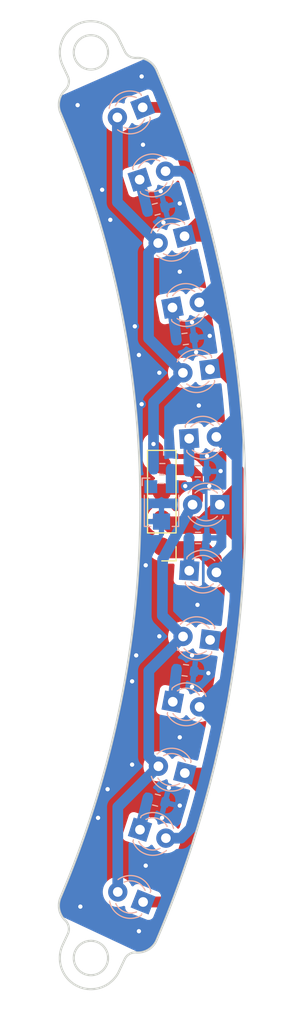
<source format=kicad_pcb>
(kicad_pcb (version 20221018) (generator pcbnew)
  (layers (0 "F.Cu" signal) (31 "B.Cu" signal) (34 "B.Paste" user) (35 "F.Paste" user) (36 "B.SilkS" user "B.Silkscreen") (37 "F.SilkS" user "F.Silkscreen") (38 "B.Mask" user) (39 "F.Mask" user) (44 "Edge.Cuts" user))
  (net 0 "")
  (net 1 "Net-(D1-K)")
  (net 2 "+5V")
  (net 3 "Net-(D2-K)")
  (net 4 "Net-(D3-K)")
  (net 5 "Net-(D4-K)")
  (net 6 "Net-(D5-K)")
  (net 7 "Net-(D6-K)")
  (net 8 "+3.3V")
  (net 9 "GND")
  (net 10 "/signal")
  (net 11 "Net-(R7-Pad1)")
  (footprint "Connector_PinHeader_2.54mm:PinHeader_1x04_P2.54mm_Vertical" (layer "F.Cu") (at 247.4976 105.4508 180)
    (fp_text reference "J1" hide)
    (fp_text value "Conn_01x04_Socket")
    (fp_line (start -1.33 -1.33) (end 0 -1.33) (stroke (width 0.12)) (layer "F.SilkS"))
    (fp_line (start -1.33 0) (end -1.33 -1.33) (stroke (width 0.12)) (layer "F.SilkS"))
    (fp_line (start -1.33 1.27) (end -1.33 8.95) (stroke (width 0.12)) (layer "F.SilkS"))
    (fp_line (start -1.33 1.27) (end 1.33 1.27) (stroke (width 0.12)) (layer "F.SilkS"))
    (fp_line (start -1.33 8.95) (end 1.33 8.95) (stroke (width 0.12)) (layer "F.SilkS"))
    (fp_line (start 1.33 1.27) (end 1.33 8.95) (stroke (width 0.12)) (layer "F.SilkS"))
    (pad "1" smd circle (at 0 0 180) (size 1.7 1.7) (layers "F.Cu" "F.Paste" "F.Mask") (net 2 "+5V"))
    (pad "2" smd oval (at 0 2.54 180) (size 1.7 1.7) (layers "F.Cu" "F.Paste" "F.Mask") (net 8 "+3.3V"))
    (pad "3" smd oval (at 0 5.08 180) (size 1.7 1.7) (layers "F.Cu" "F.Paste" "F.Mask") (net 9 "GND"))
    (pad "4" smd oval (at 0 7.62 180) (size 1.7 1.7) (layers "F.Cu" "F.Paste" "F.Mask") (net 10 "/signal"))
  )
  (footprint "LED_THT:LED_D3.0mm_Clear" (layer "B.Cu") (at 249.644629 126.515729 165.6)
    (fp_text reference "Q6" hide)
    (fp_text value "Q_Photo_NPN" hide)
    (fp_line (start -0.29 -1.08) (end -0.29 -1.236) (stroke (width 0.12)) (layer "B.SilkS"))
    (fp_line (start -0.29 1.236) (end -0.29 1.08) (stroke (width 0.12)) (layer "B.SilkS"))
    (fp_arc (start -0.29 -1.235516) (mid 1.366487 -1.987659) (end 2.942335 -1.078608) (stroke (width 0.12)) (layer "B.SilkS"))
    (fp_arc (start 0.229039 -1.08) (mid 1.270117 -1.5) (end 2.31113 -1.079837) (stroke (width 0.12)) (layer "B.SilkS"))
    (fp_arc (start 2.31113 1.079837) (mid 1.270117 1.5) (end 0.229039 1.08) (stroke (width 0.12)) (layer "B.SilkS"))
    (fp_arc (start 2.942335 1.078608) (mid 1.366487 1.987659) (end -0.29 1.235516) (stroke (width 0.12)) (layer "B.SilkS"))
    (pad "1" thru_hole rect (at 0 0 165.6) (size 1.8 1.8) (drill 0.9) (layers "*.Cu" "*.Mask") (net 8 "+3.3V"))
    (pad "2" thru_hole circle (at 2.54 0 165.6) (size 1.8 1.8) (drill 0.9) (layers "*.Cu" "*.Mask") (net 10 "/signal"))
  )
  (footprint "Resistor_SMD:R_0603_1608Metric" (layer "B.Cu") (at 249.67934 86.136128 7.2)
    (fp_text reference "R2" hide)
    (fp_text value "R")
    (fp_line (start -0.237258 -0.5225) (end 0.237258 -0.5225) (stroke (width 0.12)) (layer "B.SilkS"))
    (fp_line (start -0.237258 0.5225) (end 0.237258 0.5225) (stroke (width 0.12)) (layer "B.SilkS"))
    (pad "1" smd roundrect (at -0.825 0 7.2) (size 0.8 0.95) (layers "B.Cu" "B.Paste" "B.Mask") (net 3 "Net-(D2-K)"))
    (pad "2" smd roundrect (at 0.825 0 7.2) (size 0.8 0.95) (layers "B.Cu" "B.Paste" "B.Mask") (net 9 "GND"))
  )
  (footprint "LED_THT:LED_D3.0mm_Clear" (layer "B.Cu") (at 252.000595 114.131277 172.8)
    (fp_text reference "Q5" hide)
    (fp_text value "Q_Photo_NPN" hide)
    (fp_line (start -0.29 -1.08) (end -0.29 -1.236) (stroke (width 0.12)) (layer "B.SilkS"))
    (fp_line (start -0.29 1.236) (end -0.29 1.08) (stroke (width 0.12)) (layer "B.SilkS"))
    (fp_arc (start -0.29 -1.235516) (mid 1.366487 -1.987659) (end 2.942335 -1.078608) (stroke (width 0.12)) (layer "B.SilkS"))
    (fp_arc (start 0.229039 -1.08) (mid 1.270117 -1.5) (end 2.31113 -1.079837) (stroke (width 0.12)) (layer "B.SilkS"))
    (fp_arc (start 2.31113 1.079837) (mid 1.270117 1.5) (end 0.229039 1.08) (stroke (width 0.12)) (layer "B.SilkS"))
    (fp_arc (start 2.942335 1.078608) (mid 1.366487 1.987659) (end -0.29 1.235516) (stroke (width 0.12)) (layer "B.SilkS"))
    (pad "1" thru_hole rect (at 0 0 172.8) (size 1.8 1.8) (drill 0.9) (layers "*.Cu" "*.Mask") (net 8 "+3.3V"))
    (pad "2" thru_hole circle (at 2.54 0 172.8) (size 1.8 1.8) (drill 0.9) (layers "*.Cu" "*.Mask") (net 10 "/signal"))
  )
  (footprint "LED_THT:LED_D3.0mm_Clear" (layer "B.Cu") (at 248.493341 83.2175 10.8)
    (fp_text reference "D2" hide)
    (fp_text value "LED")
    (fp_line (start -0.29 -1.08) (end -0.29 -1.236) (stroke (width 0.12)) (layer "B.SilkS"))
    (fp_line (start -0.29 1.236) (end -0.29 1.08) (stroke (width 0.12)) (layer "B.SilkS"))
    (fp_arc (start -0.29 -1.235516) (mid 1.366487 -1.987659) (end 2.942335 -1.078608) (stroke (width 0.12)) (layer "B.SilkS"))
    (fp_arc (start 0.229039 -1.08) (mid 1.270117 -1.5) (end 2.31113 -1.079837) (stroke (width 0.12)) (layer "B.SilkS"))
    (fp_arc (start 2.31113 1.079837) (mid 1.270117 1.5) (end 0.229039 1.08) (stroke (width 0.12)) (layer "B.SilkS"))
    (fp_arc (start 2.942335 1.078608) (mid 1.366487 1.987659) (end -0.29 1.235516) (stroke (width 0.12)) (layer "B.SilkS"))
    (pad "1" thru_hole rect (at 0 0 10.8) (size 1.8 1.8) (drill 0.9) (layers "*.Cu" "*.Mask") (net 3 "Net-(D2-K)"))
    (pad "2" thru_hole circle (at 2.54 0 10.8) (size 1.8 1.8) (drill 0.9) (layers "*.Cu" "*.Mask") (net 2 "+5V"))
  )
  (footprint "Resistor_SMD:R_0603_1608Metric" (layer "B.Cu") (at 250.8758 104.648)
    (fp_text reference "R4" hide)
    (fp_text value "R")
    (fp_line (start -0.237258 -0.5225) (end 0.237258 -0.5225) (stroke (width 0.12)) (layer "B.SilkS"))
    (fp_line (start -0.237258 0.5225) (end 0.237258 0.5225) (stroke (width 0.12)) (layer "B.SilkS"))
    (pad "1" smd roundrect (at -0.825 0) (size 0.8 0.95) (layers "B.Cu" "B.Paste" "B.Mask") (net 5 "Net-(D4-K)"))
    (pad "2" smd roundrect (at 0.825 0) (size 0.8 0.95) (layers "B.Cu" "B.Paste" "B.Mask") (net 9 "GND"))
  )
  (footprint "LED_THT:LED_D3.0mm_Clear" (layer "B.Cu") (at 252.9078 101.5492 180)
    (fp_text reference "Q4" hide)
    (fp_text value "Q_Photo_NPN" hide)
    (fp_line (start -0.29 -1.08) (end -0.29 -1.236) (stroke (width 0.12)) (layer "B.SilkS"))
    (fp_line (start -0.29 1.236) (end -0.29 1.08) (stroke (width 0.12)) (layer "B.SilkS"))
    (fp_arc (start -0.29 -1.235516) (mid 1.366487 -1.987659) (end 2.942335 -1.078608) (stroke (width 0.12)) (layer "B.SilkS"))
    (fp_arc (start 0.229039 -1.08) (mid 1.270117 -1.5) (end 2.31113 -1.079837) (stroke (width 0.12)) (layer "B.SilkS"))
    (fp_arc (start 2.31113 1.079837) (mid 1.270117 1.5) (end 0.229039 1.08) (stroke (width 0.12)) (layer "B.SilkS"))
    (fp_arc (start 2.942335 1.078608) (mid 1.366487 1.987659) (end -0.29 1.235516) (stroke (width 0.12)) (layer "B.SilkS"))
    (pad "1" thru_hole rect (at 0 0 180) (size 1.8 1.8) (drill 0.9) (layers "*.Cu" "*.Mask") (net 8 "+3.3V"))
    (pad "2" thru_hole circle (at 2.54 0 180) (size 1.8 1.8) (drill 0.9) (layers "*.Cu" "*.Mask") (net 10 "/signal"))
  )
  (footprint "LED_THT:LED_D3.0mm_Clear" (layer "B.Cu") (at 245.717656 64.59829 -158.4)
    (fp_text reference "Q1" hide)
    (fp_text value "Q_Photo_NPN" hide)
    (fp_line (start -0.29 -1.08) (end -0.29 -1.236) (stroke (width 0.12)) (layer "B.SilkS"))
    (fp_line (start -0.29 1.236) (end -0.29 1.08) (stroke (width 0.12)) (layer "B.SilkS"))
    (fp_arc (start -0.29 -1.235516) (mid 1.366487 -1.987659) (end 2.942335 -1.078608) (stroke (width 0.12)) (layer "B.SilkS"))
    (fp_arc (start 0.229039 -1.08) (mid 1.270117 -1.5) (end 2.31113 -1.079837) (stroke (width 0.12)) (layer "B.SilkS"))
    (fp_arc (start 2.31113 1.079837) (mid 1.270117 1.5) (end 0.229039 1.08) (stroke (width 0.12)) (layer "B.SilkS"))
    (fp_arc (start 2.942335 1.078608) (mid 1.366487 1.987659) (end -0.29 1.235516) (stroke (width 0.12)) (layer "B.SilkS"))
    (pad "1" thru_hole rect (at 0 0 201.6) (size 1.8 1.8) (drill 0.9) (layers "*.Cu" "*.Mask") (net 8 "+3.3V"))
    (pad "2" thru_hole circle (at 2.54 0 201.6) (size 1.8 1.8) (drill 0.9) (layers "*.Cu" "*.Mask") (net 10 "/signal"))
  )
  (footprint "LED_THT:LED_D3.0mm_Clear" (layer "B.Cu") (at 250.049534 95.405512 3.6)
    (fp_text reference "D3" hide)
    (fp_text value "LED")
    (fp_line (start -0.29 -1.08) (end -0.29 -1.236) (stroke (width 0.12)) (layer "B.SilkS"))
    (fp_line (start -0.29 1.236) (end -0.29 1.08) (stroke (width 0.12)) (layer "B.SilkS"))
    (fp_arc (start -0.29 -1.235516) (mid 1.366487 -1.987659) (end 2.942335 -1.078608) (stroke (width 0.12)) (layer "B.SilkS"))
    (fp_arc (start 0.229039 -1.08) (mid 1.270117 -1.5) (end 2.31113 -1.079837) (stroke (width 0.12)) (layer "B.SilkS"))
    (fp_arc (start 2.31113 1.079837) (mid 1.270117 1.5) (end 0.229039 1.08) (stroke (width 0.12)) (layer "B.SilkS"))
    (fp_arc (start 2.942335 1.078608) (mid 1.366487 1.987659) (end -0.29 1.235516) (stroke (width 0.12)) (layer "B.SilkS"))
    (pad "1" thru_hole rect (at 0 0 3.6) (size 1.8 1.8) (drill 0.9) (layers "*.Cu" "*.Mask") (net 4 "Net-(D3-K)"))
    (pad "2" thru_hole circle (at 2.54 0 3.6) (size 1.8 1.8) (drill 0.9) (layers "*.Cu" "*.Mask") (net 2 "+5V"))
  )
  (footprint "Resistor_SMD:R_0603_1608Metric" (layer "B.Cu") (at 250.8504 98.4504)
    (fp_text reference "R3" hide)
    (fp_text value "R")
    (fp_line (start -0.237258 -0.5225) (end 0.237258 -0.5225) (stroke (width 0.12)) (layer "B.SilkS"))
    (fp_line (start -0.237258 0.5225) (end 0.237258 0.5225) (stroke (width 0.12)) (layer "B.SilkS"))
    (pad "1" smd roundrect (at -0.825 0) (size 0.8 0.95) (layers "B.Cu" "B.Paste" "B.Mask") (net 4 "Net-(D3-K)"))
    (pad "2" smd roundrect (at 0.825 0) (size 0.8 0.95) (layers "B.Cu" "B.Paste" "B.Mask") (net 9 "GND"))
  )
  (footprint "LED_THT:LED_D3.0mm_Clear" (layer "B.Cu") (at 249.619362 76.585863 -165.6)
    (fp_text reference "Q2" hide)
    (fp_text value "Q_Photo_NPN" hide)
    (fp_line (start -0.29 -1.08) (end -0.29 -1.236) (stroke (width 0.12)) (layer "B.SilkS"))
    (fp_line (start -0.29 1.236) (end -0.29 1.08) (stroke (width 0.12)) (layer "B.SilkS"))
    (fp_arc (start -0.29 -1.235516) (mid 1.366487 -1.987659) (end 2.942335 -1.078608) (stroke (width 0.12)) (layer "B.SilkS"))
    (fp_arc (start 0.229039 -1.08) (mid 1.270117 -1.5) (end 2.31113 -1.079837) (stroke (width 0.12)) (layer "B.SilkS"))
    (fp_arc (start 2.31113 1.079837) (mid 1.270117 1.5) (end 0.229039 1.08) (stroke (width 0.12)) (layer "B.SilkS"))
    (fp_arc (start 2.942335 1.078608) (mid 1.366487 1.987659) (end -0.29 1.235516) (stroke (width 0.12)) (layer "B.SilkS"))
    (pad "1" thru_hole rect (at 0 0 194.4) (size 1.8 1.8) (drill 0.9) (layers "*.Cu" "*.Mask") (net 8 "+3.3V"))
    (pad "2" thru_hole circle (at 2.54 0 194.4) (size 1.8 1.8) (drill 0.9) (layers "*.Cu" "*.Mask") (net 10 "/signal"))
  )
  (footprint "Resistor_SMD:R_0603_1608Metric" (layer "B.Cu") (at 246.974126 74.065731 14.4)
    (fp_text reference "R1" hide)
    (fp_text value "R")
    (fp_line (start -0.237258 -0.5225) (end 0.237258 -0.5225) (stroke (width 0.12)) (layer "B.SilkS"))
    (fp_line (start -0.237258 0.5225) (end 0.237258 0.5225) (stroke (width 0.12)) (layer "B.SilkS"))
    (pad "1" smd roundrect (at -0.825 0 14.4) (size 0.8 0.95) (layers "B.Cu" "B.Paste" "B.Mask") (net 1 "Net-(D1-K)"))
    (pad "2" smd roundrect (at 0.825 0 14.4) (size 0.8 0.95) (layers "B.Cu" "B.Paste" "B.Mask") (net 9 "GND"))
  )
  (footprint "Resistor_SMD:R_0603_1608Metric" (layer "B.Cu") (at 247.5484 98.2472 180)
    (fp_text reference "R7" hide)
    (fp_text value "R")
    (fp_line (start -0.237258 -0.5225) (end 0.237258 -0.5225) (stroke (width 0.12)) (layer "B.SilkS"))
    (fp_line (start -0.237258 0.5225) (end 0.237258 0.5225) (stroke (width 0.12)) (layer "B.SilkS"))
    (pad "1" smd roundrect (at -0.825 0 180) (size 0.8 0.95) (layers "B.Cu" "B.Paste" "B.Mask") (net 11 "Net-(R7-Pad1)"))
    (pad "2" smd roundrect (at 0.825 0 180) (size 0.8 0.95) (layers "B.Cu" "B.Paste" "B.Mask") (net 10 "/signal"))
  )
  (footprint "LED_THT:LED_D3.0mm_Clear" (layer "B.Cu") (at 245.463073 131.784611 -18)
    (fp_text reference "D6" hide)
    (fp_text value "LED")
    (fp_line (start -0.29 -1.08) (end -0.29 -1.236) (stroke (width 0.12)) (layer "B.SilkS"))
    (fp_line (start -0.29 1.236) (end -0.29 1.08) (stroke (width 0.12)) (layer "B.SilkS"))
    (fp_arc (start -0.29 -1.235516) (mid 1.366487 -1.987659) (end 2.942335 -1.078608) (stroke (width 0.12)) (layer "B.SilkS"))
    (fp_arc (start 0.229039 -1.08) (mid 1.270117 -1.5) (end 2.31113 -1.079837) (stroke (width 0.12)) (layer "B.SilkS"))
    (fp_arc (start 2.31113 1.079837) (mid 1.270117 1.5) (end 0.229039 1.08) (stroke (width 0.12)) (layer "B.SilkS"))
    (fp_arc (start 2.942335 1.078608) (mid 1.366487 1.987659) (end -0.29 1.235516) (stroke (width 0.12)) (layer "B.SilkS"))
    (pad "1" thru_hole rect (at 0 0 342) (size 1.8 1.8) (drill 0.9) (layers "*.Cu" "*.Mask") (net 7 "Net-(D6-K)"))
    (pad "2" thru_hole circle (at 2.54 0 342) (size 1.8 1.8) (drill 0.9) (layers "*.Cu" "*.Mask") (net 2 "+5V"))
  )
  (footprint "LED_THT:LED_D3.0mm_Clear" (layer "B.Cu") (at 245.755057 138.507245 158.4)
    (fp_text reference "Q7" hide)
    (fp_text value "Q_Photo_NPN" hide)
    (fp_line (start -0.29 -1.08) (end -0.29 -1.236) (stroke (width 0.12)) (layer "B.SilkS"))
    (fp_line (start -0.29 1.236) (end -0.29 1.08) (stroke (width 0.12)) (layer "B.SilkS"))
    (fp_arc (start -0.29 -1.235516) (mid 1.366487 -1.987659) (end 2.942335 -1.078608) (stroke (width 0.12)) (layer "B.SilkS"))
    (fp_arc (start 0.229039 -1.08) (mid 1.270117 -1.5) (end 2.31113 -1.079837) (stroke (width 0.12)) (layer "B.SilkS"))
    (fp_arc (start 2.31113 1.079837) (mid 1.270117 1.5) (end 0.229039 1.08) (stroke (width 0.12)) (layer "B.SilkS"))
    (fp_arc (start 2.942335 1.078608) (mid 1.366487 1.987659) (end -0.29 1.235516) (stroke (width 0.12)) (layer "B.SilkS"))
    (pad "1" thru_hole rect (at 0 0 158.4) (size 1.8 1.8) (drill 0.9) (layers "*.Cu" "*.Mask") (net 8 "+3.3V"))
    (pad "2" thru_hole circle (at 2.54 0 158.4) (size 1.8 1.8) (drill 0.9) (layers "*.Cu" "*.Mask") (net 10 "/signal"))
  )
  (footprint "Resistor_SMD:R_0603_1608Metric" (layer "B.Cu") (at 249.692073 116.963072 -7.2)
    (fp_text reference "R5" hide)
    (fp_text value "R")
    (fp_line (start -0.237258 -0.5225) (end 0.237258 -0.5225) (stroke (width 0.12)) (layer "B.SilkS"))
    (fp_line (start -0.237258 0.5225) (end 0.237258 0.5225) (stroke (width 0.12)) (layer "B.SilkS"))
    (pad "1" smd roundrect (at -0.825 0 352.8) (size 0.8 0.95) (layers "B.Cu" "B.Paste" "B.Mask") (net 6 "Net-(D5-K)"))
    (pad "2" smd roundrect (at 0.825 0 352.8) (size 0.8 0.95) (layers "B.Cu" "B.Paste" "B.Mask") (net 9 "GND"))
  )
  (footprint "Resistor_SMD:R_0603_1608Metric" (layer "B.Cu") (at 246.999392 129.035859 -14.4)
    (fp_text reference "R6" hide)
    (fp_text value "R")
    (fp_line (start -0.237258 -0.5225) (end 0.237258 -0.5225) (stroke (width 0.12)) (layer "B.SilkS"))
    (fp_line (start -0.237258 0.5225) (end 0.237258 0.5225) (stroke (width 0.12)) (layer "B.SilkS"))
    (pad "1" smd roundrect (at -0.825 0 345.6) (size 0.8 0.95) (layers "B.Cu" "B.Paste" "B.Mask") (net 7 "Net-(D6-K)"))
    (pad "2" smd roundrect (at 0.825 0 345.6) (size 0.8 0.95) (layers "B.Cu" "B.Paste" "B.Mask") (net 9 "GND"))
  )
  (footprint "LED_THT:LED_D3.0mm_Clear" (layer "B.Cu") (at 250.055913 107.693089 -3.6)
    (fp_text reference "D4" hide)
    (fp_text value "LED")
    (fp_line (start -0.29 -1.08) (end -0.29 -1.236) (stroke (width 0.12)) (layer "B.SilkS"))
    (fp_line (start -0.29 1.236) (end -0.29 1.08) (stroke (width 0.12)) (layer "B.SilkS"))
    (fp_arc (start -0.29 -1.235516) (mid 1.366487 -1.987659) (end 2.942335 -1.078608) (stroke (width 0.12)) (layer "B.SilkS"))
    (fp_arc (start 0.229039 -1.08) (mid 1.270117 -1.5) (end 2.31113 -1.079837) (stroke (width 0.12)) (layer "B.SilkS"))
    (fp_arc (start 2.31113 1.079837) (mid 1.270117 1.5) (end 0.229039 1.08) (stroke (width 0.12)) (layer "B.SilkS"))
    (fp_arc (start 2.942335 1.078608) (mid 1.366487 1.987659) (end -0.29 1.235516) (stroke (width 0.12)) (layer "B.SilkS"))
    (pad "1" thru_hole rect (at 0 0 356.4) (size 1.8 1.8) (drill 0.9) (layers "*.Cu" "*.Mask") (net 5 "Net-(D4-K)"))
    (pad "2" thru_hole circle (at 2.54 0 356.4) (size 1.8 1.8) (drill 0.9) (layers "*.Cu" "*.Mask") (net 2 "+5V"))
  )
  (footprint "LED_THT:LED_D3.0mm_Clear" (layer "B.Cu") (at 251.987861 88.967924 -172.8)
    (fp_text reference "Q3" hide)
    (fp_text value "Q_Photo_NPN" hide)
    (fp_line (start -0.29 -1.08) (end -0.29 -1.236) (stroke (width 0.12)) (layer "B.SilkS"))
    (fp_line (start -0.29 1.236) (end -0.29 1.08) (stroke (width 0.12)) (layer "B.SilkS"))
    (fp_arc (start -0.29 -1.235516) (mid 1.366487 -1.987659) (end 2.942335 -1.078608) (stroke (width 0.12)) (layer "B.SilkS"))
    (fp_arc (start 0.229039 -1.08) (mid 1.270117 -1.5) (end 2.31113 -1.079837) (stroke (width 0.12)) (layer "B.SilkS"))
    (fp_arc (start 2.31113 1.079837) (mid 1.270117 1.5) (end 0.229039 1.08) (stroke (width 0.12)) (layer "B.SilkS"))
    (fp_arc (start 2.942335 1.078608) (mid 1.366487 1.987659) (end -0.29 1.235516) (stroke (width 0.12)) (layer "B.SilkS"))
    (pad "1" thru_hole rect (at 0 0 187.2) (size 1.8 1.8) (drill 0.9) (layers "*.Cu" "*.Mask") (net 8 "+3.3V"))
    (pad "2" thru_hole circle (at 2.54 0 187.2) (size 1.8 1.8) (drill 0.9) (layers "*.Cu" "*.Mask") (net 10 "/signal"))
  )
  (footprint "LED_THT:LED_D3.0mm_Clear" (layer "B.Cu") (at 245.431677 71.318761 18)
    (fp_text reference "D1" hide)
    (fp_text value "LED")
    (fp_line (start -0.29 -1.08) (end -0.29 -1.236) (stroke (width 0.12)) (layer "B.SilkS"))
    (fp_line (start -0.29 1.236) (end -0.29 1.08) (stroke (width 0.12)) (layer "B.SilkS"))
    (fp_arc (start -0.29 -1.235516) (mid 1.366487 -1.987659) (end 2.942335 -1.078608) (stroke (width 0.12)) (layer "B.SilkS"))
    (fp_arc (start 0.229039 -1.08) (mid 1.270117 -1.5) (end 2.31113 -1.079837) (stroke (width 0.12)) (layer "B.SilkS"))
    (fp_arc (start 2.31113 1.079837) (mid 1.270117 1.5) (end 0.229039 1.08) (stroke (width 0.12)) (layer "B.SilkS"))
    (fp_arc (start 2.942335 1.078608) (mid 1.366487 1.987659) (end -0.29 1.235516) (stroke (width 0.12)) (layer "B.SilkS"))
    (pad "1" thru_hole rect (at 0 0 18) (size 1.8 1.8) (drill 0.9) (layers "*.Cu" "*.Mask") (net 1 "Net-(D1-K)"))
    (pad "2" thru_hole circle (at 2.54 0 18) (size 1.8 1.8) (drill 0.9) (layers "*.Cu" "*.Mask") (net 2 "+5V"))
  )
  (footprint "LED_THT:LED_D3.0mm_Clear" (layer "B.Cu") (at 248.5222 119.884574 -10.8)
    (fp_text reference "D5" hide)
    (fp_text value "LED")
    (fp_line (start -0.29 -1.08) (end -0.29 -1.236) (stroke (width 0.12)) (layer "B.SilkS"))
    (fp_line (start -0.29 1.236) (end -0.29 1.08) (stroke (width 0.12)) (layer "B.SilkS"))
    (fp_arc (start -0.29 -1.235516) (mid 1.366487 -1.987659) (end 2.942335 -1.078608) (stroke (width 0.12)) (layer "B.SilkS"))
    (fp_arc (start 0.229039 -1.08) (mid 1.270117 -1.5) (end 2.31113 -1.079837) (stroke (width 0.12)) (layer "B.SilkS"))
    (fp_arc (start 2.31113 1.079837) (mid 1.270117 1.5) (end 0.229039 1.08) (stroke (width 0.12)) (layer "B.SilkS"))
    (fp_arc (start 2.942335 1.078608) (mid 1.366487 1.987659) (end -0.29 1.235516) (stroke (width 0.12)) (layer "B.SilkS"))
    (pad "1" thru_hole rect (at 0 0 349.2) (size 1.8 1.8) (drill 0.9) (layers "*.Cu" "*.Mask") (net 6 "Net-(D5-K)"))
    (pad "2" thru_hole circle (at 2.54 0 349.2) (size 1.8 1.8) (drill 0.9) (layers "*.Cu" "*.Mask") (net 2 "+5V"))
  )
  (footprint "Potentiometer_SMD:Potentiometer_Bourns_TC33X_Vertical" (layer "B.Cu") (at 247.4722 101.6762 -90)
    (fp_text reference "RV1" hide)
    (fp_text value "R_Potentiometer_Trim_US")
    (fp_line (start -2.6 1.8) (end -2.6 1.1) (stroke (width 0.12)) (layer "B.SilkS"))
    (fp_line (start -2.1 0.2) (end -2.1 -0.2) (stroke (width 0.12)) (layer "B.SilkS"))
    (fp_line (start -1.9 1.8) (end -2.6 1.8) (stroke (width 0.12)) (layer "B.SilkS"))
    (fp_line (start -1 -1.6) (end 1.9 -1.6) (stroke (width 0.12)) (layer "B.SilkS"))
    (fp_line (start -1 1.6) (end 1.9 1.6) (stroke (width 0.12)) (layer "B.SilkS"))
    (fp_line (start 1.9 -1.6) (end 1.9 -1) (stroke (width 0.12)) (layer "B.SilkS"))
    (fp_line (start 1.9 1.6) (end 1.9 1) (stroke (width 0.12)) (layer "B.SilkS"))
    (pad "1" smd rect (at -1.8 1 270) (size 1.2 1.2) (layers "B.Cu" "B.Paste" "B.Mask"))
    (pad "2" smd rect (at 1.45 0 270) (size 1.5 1.6) (layers "B.Cu" "B.Paste" "B.Mask") (net 9 "GND"))
    (pad "3" smd rect (at -1.8 -1 270) (size 1.2 1.2) (layers "B.Cu" "B.Paste" "B.Mask") (net 11 "Net-(R7-Pad1)"))
  )
  (gr_arc (start 243.415682 145.13911) (mid 239.57431 146.304155) (end 238.248934 142.515113) (stroke (width 0.2)) (layer "Edge.Cuts"))
  (gr_line (start 238.248934 60.684887) (end 238.731735 61.714687) (stroke (width 0.2)) (layer "Edge.Cuts"))
  (gr_arc (start 247.014455 61.146139) (mid 255.3 101.6) (end 247.014455 142.053861) (stroke (width 0.2)) (layer "Edge.Cuts"))
  (gr_arc (start 247.014455 142.053861) (mid 246.251286 142.932339) (end 245.119067 143.201097) (stroke (width 0.2)) (layer "Edge.Cuts"))
  (gr_circle (center 240.887468 59.481501) (end 239.287468 59.481501) (stroke (width 0.2)) (fill none) (layer "Edge.Cuts"))
  (gr_arc (start 244.039572 143.825748) (mid 244.482235 143.345646) (end 245.119067 143.201097) (stroke (width 0.2)) (layer "Edge.Cuts"))
  (gr_line (start 243.415682 145.13911) (end 244.039572 143.825748) (stroke (width 0.2)) (layer "Edge.Cuts"))
  (gr_arc (start 238.049257 65.105962) (mid 237.937072 63.973989) (end 238.491622 62.9808) (stroke (width 0.2)) (layer "Edge.Cuts"))
  (gr_circle (center 240.887468 143.718499) (end 239.287468 143.718499) (stroke (width 0.2)) (fill none) (layer "Edge.Cuts"))
  (gr_arc (start 238.491622 140.2192) (mid 238.816497 140.813413) (end 238.731735 141.485313) (stroke (width 0.2)) (layer "Edge.Cuts"))
  (gr_arc (start 238.491622 140.2192) (mid 237.937072 139.226011) (end 238.049257 138.094038) (stroke (width 0.2)) (layer "Edge.Cuts"))
  (gr_arc (start 238.248934 60.684887) (mid 239.574311 56.895845) (end 243.415682 58.06089) (stroke (width 0.2)) (layer "Edge.Cuts"))
  (gr_arc (start 245.119067 59.998903) (mid 244.482236 59.854354) (end 244.039572 59.374252) (stroke (width 0.2)) (layer "Edge.Cuts"))
  (gr_arc (start 238.731735 61.714687) (mid 238.816498 62.386587) (end 238.491622 62.9808) (stroke (width 0.2)) (layer "Edge.Cuts"))
  (gr_arc (start 245.119067 59.998903) (mid 246.251286 60.267661) (end 247.014455 61.146139) (stroke (width 0.2)) (layer "Edge.Cuts"))
  (gr_arc (start 238.049257 65.105962) (mid 245.5 101.6) (end 238.049257 138.094038) (stroke (width 0.2)) (layer "Edge.Cuts"))
  (gr_line (start 244.039572 59.374252) (end 243.415682 58.06089) (stroke (width 0.2)) (layer "Edge.Cuts"))
  (gr_line (start 238.731735 141.485313) (end 238.248934 142.515113) (stroke (width 0.2)) (layer "Edge.Cuts"))
  (segment (start 246.175045 74.2709) (end 245.431677 71.318761) (width 1) (layer "B.Cu") (net 1))
  (segment (start 248.085153 106.038353) (end 247.4976 105.4508) (width 1) (layer "F.Cu") (net 2))
  (segment (start 251.187577 106.038353) (end 248.085153 106.038353) (width 1) (layer "F.Cu") (net 2))
  (segment (start 251.461916 105.4508) (end 252.590901 106.579785) (width 1) (layer "F.Cu") (net 2))
  (segment (start 247.4976 105.4508) (end 251.461916 105.4508) (width 1) (layer "F.Cu") (net 2))
  (segment (start 252.590901 106.579785) (end 252.590901 107.852577) (width 1) (layer "F.Cu") (net 2))
  (segment (start 252.590901 107.441677) (end 251.187577 106.038353) (width 1) (layer "F.Cu") (net 2))
  (segment (start 252.590901 107.852577) (end 252.590901 107.441677) (width 1) (layer "F.Cu") (net 2))
  (segment (start 254.379741 109.65652) (end 254.323693 110.2868) (width 1) (layer "B.Cu") (net 2))
  (segment (start 254.518714 96.1136) (end 254.518714 95.554885) (width 1) (layer "B.Cu") (net 2))
  (segment (start 254.518714 95.554885) (end 254.46255 94.742) (width 1) (layer "B.Cu") (net 2))
  (segment (start 253.651138 95.246024) (end 254.518714 96.1136) (width 1) (layer "B.Cu") (net 2))
  (segment (start 254.518714 105.5624) (end 254.518714 97.3328) (width 1) (layer "B.Cu") (net 2))
  (segment (start 253.428488 117.662989) (end 253.0923 119.650918) (width 1) (layer "B.Cu") (net 2))
  (segment (start 251.01721 120.360523) (end 252.130143 120.360523) (width 1) (layer "B.Cu") (net 2))
  (segment (start 252.584522 95.246024) (end 254.518714 97.180216) (width 1) (layer "B.Cu") (net 2))
  (segment (start 254.518714 107.645115) (end 254.45904 108.5088) (width 1) (layer "B.Cu") (net 2))
  (segment (start 254.323693 110.2868) (end 254.201157 111.664757) (width 1) (layer "B.Cu") (net 2))
  (segment (start 252.58184 81.148062) (end 252.58184 80.9244) (width 1) (layer "B.Cu") (net 2))
  (segment (start 251.01721 120.360523) (end 253.370225 118.007508) (width 1) (layer "B.Cu") (net 2))
  (segment (start 254.249823 107.852577) (end 254.5219 107.5805) (width 1) (layer "B.Cu") (net 2))
  (segment (start 250.173483 131.677013) (end 249.280982 132.569514) (width 1) (layer "B.Cu") (net 2))
  (segment (start 252.302718 123.605043) (end 251.849632 125.569686) (width 1) (layer "B.Cu") (net 2))
  (segment (start 250.827783 129.470172) (end 250.259389 131.404614) (width 1) (layer "B.Cu") (net 2))
  (segment (start 254.518714 107.188) (end 254.518714 107.645115) (width 1) (layer "B.Cu") (net 2))
  (segment (start 251.357932 127.524944) (end 250.827783 129.470172) (width 1) (layer "B.Cu") (net 2))
  (segment (start 253.725437 87.531214) (end 253.428488 85.537011) (width 1) (layer "B.Cu") (net 2))
  (segment (start 253.095161 83.566) (end 253.0923 83.549082) (width 1) (layer "B.Cu") (net 2))
  (segment (start 249.280982 132.569514) (end 247.878757 132.569514) (width 1) (layer "B.Cu") (net 2))
  (segment (start 250.988351 82.741551) (end 252.270712 82.741551) (width 1) (layer "B.Cu") (net 2))
  (segment (start 254.323693 109.585369) (end 254.323693 110.2868) (width 1) (layer "B.Cu") (net 2))
  (segment (start 252.571174 122.3264) (end 252.302718 123.605043) (width 1) (layer "B.Cu") (net 2))
  (segment (start 252.716991 81.568119) (end 252.58184 80.9244) (width 1) (layer "B.Cu") (net 2))
  (segment (start 254.518714 105.924764) (end 254.518714 105.5624) (width 1) (layer "B.Cu") (net 2))
  (segment (start 252.590901 107.852577) (end 254.518714 105.924764) (width 1) (layer "B.Cu") (net 2))
  (segment (start 253.0923 83.549082) (end 252.82602 82.1436) (width 1) (layer "B.Cu") (net 2))
  (segment (start 253.247124 108.5088) (end 254.45904 108.5088) (width 1) (layer "B.Cu") (net 2))
  (segment (start 254.564061 106.725535) (end 254.518714 106.680188) (width 1) (layer "B.Cu") (net 2))
  (segment (start 254.201157 111.664757) (end 253.983028 113.66911) (width 1) (layer "B.Cu") (net 2))
  (segment (start 252.82602 121.0564) (end 252.716991 121.631881) (width 1) (layer "B.Cu") (net 2))
  (segment (start 251.01721 120.360523) (end 252.571174 121.914487) (width 1) (layer "B.Cu") (net 2))
  (segment (start 252.590901 107.852577) (end 254.323693 109.585369) (width 1) (layer "B.Cu") (net 2))
  (segment (start 254.45904 108.5088) (end 254.379741 109.65652) (width 1) (layer "B.Cu") (net 2))
  (segment (start 252.716991 121.631881) (end 252.571174 122.3264) (width 1) (layer "B.Cu") (net 2))
  (segment (start 254.46255 94.742) (end 254.379741 93.54348) (width 1) (layer "B.Cu") (net 2))
  (segment (start 252.590901 107.852577) (end 253.255478 107.188) (width 1) (layer "B.Cu") (net 2))
  (segment (start 253.983028 89.53089) (end 253.725437 87.531214) (width 1) (layer "B.Cu") (net 2))
  (segment (start 250.043243 71.110007) (end 249.467094 70.533858) (width 1) (layer "B.Cu") (net 2))
  (segment (start 250.827783 73.729828) (end 250.259389 71.795386) (width 1) (layer "B.Cu") (net 2))
  (segment (start 251.849632 77.630314) (end 251.357932 75.675056) (width 1) (layer "B.Cu") (net 2))
  (segment (start 254.518714 106.680188) (end 254.518714 105.5624) (width 1) (layer "B.Cu") (net 2))
  (segment (start 253.958526 95.246024) (end 254.46255 94.742) (width 1) (layer "B.Cu") (net 2))
  (segment (start 250.988351 82.741551) (end 252.58184 81.148062) (width 1) (layer "B.Cu") (net 2))
  (segment (start 252.302718 79.594957) (end 251.849632 77.630314) (width 1) (layer "B.Cu") (net 2))
  (segment (start 254.518714 105.5624) (end 254.518714 107.188) (width 1) (layer "B.Cu") (net 2))
  (segment (start 254.518714 97.180216) (end 254.518714 97.3328) (width 1) (layer "B.Cu") (net 2))
  (segment (start 252.584522 95.246024) (end 253.958526 95.246024) (width 1) (layer "B.Cu") (net 2))
  (segment (start 253.255478 107.188) (end 254.518714 107.188) (width 1) (layer "B.Cu") (net 2))
  (segment (start 250.259389 131.404614) (end 250.173483 131.677013) (width 1) (layer "B.Cu") (net 2))
  (segment (start 254.201157 91.535243) (end 253.983028 89.53089) (width 1) (layer "B.Cu") (net 2))
  (segment (start 252.590901 107.852577) (end 253.247124 108.5088) (width 1) (layer "B.Cu") (net 2))
  (segment (start 252.584522 95.246024) (end 254.287066 93.54348) (width 1) (layer "B.Cu") (net 2))
  (segment (start 252.58184 80.9244) (end 252.302718 79.594957) (width 1) (layer "B.Cu") (net 2))
  (segment (start 249.467094 70.533858) (end 247.847361 70.533858) (width 1) (layer "B.Cu") (net 2))
  (segment (start 253.262541 84.555741) (end 253.428488 85.537011) (width 1) (layer "B.Cu") (net 2))
  (segment (start 251.849632 125.569686) (end 251.357932 127.524944) (width 1) (layer "B.Cu") (net 2))
  (segment (start 252.228069 82.741551) (end 252.82602 82.1436) (width 1) (layer "B.Cu") (net 2))
  (segment (start 253.370225 118.007508) (end 253.428488 117.662989) (width 1) (layer "B.Cu") (net 2))
  (segment (start 252.82602 82.1436) (end 252.716991 81.568119) (width 1) (layer "B.Cu") (net 2))
  (segment (start 251.357932 75.675056) (end 250.827783 73.729828) (width 1) (layer "B.Cu") (net 2))
  (segment (start 250.988351 82.741551) (end 251.448351 82.741551) (width 1) (layer "B.Cu") (net 2))
  (segment (start 252.382695 120.360523) (end 253.0923 119.650918) (width 1) (layer "B.Cu") (net 2))
  (segment (start 254.5219 107.5805) (end 254.564061 106.725535) (width 1) (layer "B.Cu") (net 2))
  (segment (start 252.584522 95.246024) (end 253.651138 95.246024) (width 1) (layer "B.Cu") (net 2))
  (segment (start 252.590901 107.852577) (end 254.249823 107.852577) (width 1) (layer "B.Cu") (net 2))
  (segment (start 252.270712 82.741551) (end 253.095161 83.566) (width 1) (layer "B.Cu") (net 2))
  (segment (start 254.518714 97.3328) (end 254.518714 96.1136) (width 1) (layer "B.Cu") (net 2))
  (segment (start 252.130143 120.360523) (end 252.82602 121.0564) (width 1) (layer "B.Cu") (net 2))
  (segment (start 253.428488 85.537011) (end 253.095161 83.566) (width 1) (layer "B.Cu") (net 2))
  (segment (start 250.259389 71.795386) (end 250.043243 71.110007) (width 1) (layer "B.Cu") (net 2))
  (segment (start 253.0923 119.650918) (end 252.82602 121.0564) (width 1) (layer "B.Cu") (net 2))
  (segment (start 253.983028 113.66911) (end 253.725437 115.668786) (width 1) (layer "B.Cu") (net 2))
  (segment (start 254.379741 93.54348) (end 254.201157 91.535243) (width 1) (layer "B.Cu") (net 2))
  (segment (start 252.571174 121.914487) (end 252.571174 122.3264) (width 1) (layer "B.Cu") (net 2))
  (segment (start 250.988351 82.741551) (end 252.228069 82.741551) (width 1) (layer "B.Cu") (net 2))
  (segment (start 251.448351 82.741551) (end 253.262541 84.555741) (width 1) (layer "B.Cu") (net 2))
  (segment (start 254.287066 93.54348) (end 254.379741 93.54348) (width 1) (layer "B.Cu") (net 2))
  (segment (start 253.725437 115.668786) (end 253.428488 117.662989) (width 1) (layer "B.Cu") (net 2))
  (segment (start 251.01721 120.360523) (end 252.382695 120.360523) (width 1) (layer "B.Cu") (net 2))
  (segment (start 248.860845 86.239528) (end 248.493341 83.2175) (width 1) (layer "B.Cu") (net 3))
  (segment (start 250.0254 98.4504) (end 250.0254 95.429646) (width 1) (layer "B.Cu") (net 4))
  (segment (start 250.0254 95.429646) (end 250.049534 95.405512) (width 1) (layer "B.Cu") (net 4))
  (segment (start 250.0254 107.662576) (end 250.055913 107.693089) (width 1) (layer "B.Cu") (net 5))
  (segment (start 250.0508 104.648) (end 250.0254 104.6734) (width 1) (layer "B.Cu") (net 5))
  (segment (start 250.0254 104.6734) (end 250.0254 107.662576) (width 1) (layer "B.Cu") (net 5))
  (segment (start 248.5222 119.884574) (end 248.873578 116.859672) (width 1) (layer "B.Cu") (net 6))
  (segment (start 246.200311 128.83069) (end 245.463073 131.784611) (width 1) (layer "B.Cu") (net 7))
  (segment (start 251.357932 75.675056) (end 250.827783 73.729828) (width 1) (layer "F.Cu") (net 8))
  (segment (start 253.0923 119.650918) (end 253.428488 117.662989) (width 1) (layer "F.Cu") (net 8))
  (segment (start 254.619434 102.362) (end 254.619434 104.6988) (width 1) (layer "F.Cu") (net 8))
  (segment (start 253.5174 103.1494) (end 253.9517 102.7151) (width 1) (layer "F.Cu") (net 8))
  (segment (start 250.827783 129.470172) (end 251.168721 128.2192) (width 1) (layer "F.Cu") (net 8))
  (segment (start 251.0815 103.2535) (end 251.1856 103.1494) (width 1) (layer "F.Cu") (net 8))
  (segment (start 252.9078 101.5492) (end 254.518714 99.938286) (width 1) (layer "F.Cu") (net 8))
  (segment (start 253.983028 89.53089) (end 253.725437 87.531214) (width 1) (layer "F.Cu") (net 8))
  (segment (start 253.420062 88.967924) (end 253.983028 89.53089) (width 1) (layer "F.Cu") (net 8))
  (segment (start 249.619362 76.585863) (end 251.38148 76.585863) (width 1) (layer "F.Cu") (net 8))
  (segment (start 248.327113 66.064608) (end 247.774804 64.6176) (width 1) (layer "F.Cu") (net 8))
  (segment (start 249.0724 103.7608) (end 253.681434 103.7608) (width 1) (layer "F.Cu") (net 8))
  (segment (start 253.428488 117.662989) (end 253.725437 115.668786) (width 1) (layer "F.Cu") (net 8))
  (segment (start 247.80349 138.507245) (end 248.327113 137.135392) (width 1) (layer "F.Cu") (net 8))
  (segment (start 247.7362 103.1494) (end 252.3236 103.1494) (width 1) (layer "F.Cu") (net 8))
  (segment (start 251.681567 126.238) (end 251.849632 125.569686) (width 1) (layer "F.Cu") (net 8))
  (segment (start 253.041847 114.131277) (end 254.041524 113.1316) (width 1) (layer "F.Cu") (net 8))
  (segment (start 251.357932 127.524944) (end 251.477168 127.0508) (width 1) (layer "F.Cu") (net 8))
  (segment (start 251.656017 76.8604) (end 251.357932 75.675056) (width 1) (layer "F.Cu") (net 8))
  (segment (start 252.000595 114.131277) (end 252.75819 114.131277) (width 1) (layer "F.Cu") (net 8))
  (segment (start 249.644629 126.515729) (end 250.942097 126.515729) (width 1) (layer "F.Cu") (net 8))
  (segment (start 253.681434 103.7608) (end 254.619434 104.6988) (width 1) (layer "F.Cu") (net 8))
  (segment (start 251.0815 103.2535) (end 252.7858 101.5492) (width 1) (layer "F.Cu") (net 8))
  (segment (start 248.327113 137.135392) (end 249.008813 135.237957) (width 1) (layer "F.Cu") (net 8))
  (segment (start 252.941048 88.967924) (end 254.041524 90.0684) (width 1) (layer "F.Cu") (net 8))
  (segment (start 250.259389 71.795386) (end 249.652997 69.872575) (width 1) (layer "F.Cu") (net 8))
  (segment (start 251.477168 127.0508) (end 251.681567 126.238) (width 1) (layer "F.Cu") (net 8))
  (segment (start 253.725437 87.531214) (end 253.428488 85.537011) (width 1) (layer "F.Cu") (net 8))
  (segment (start 254.619434 98.29712) (end 254.619434 101.0412) (width 1) (layer "F.Cu") (net 8))
  (segment (start 253.428488 85.537011) (end 253.0923 83.549082) (width 1) (layer "F.Cu") (net 8))
  (segment (start 254.518714 95.554885) (end 254.379741 93.54348) (width 1) (layer "F.Cu") (net 8))
  (segment (start 251.987861 88.967924) (end 252.288727 88.967924) (width 1) (layer "F.Cu") (net 8))
  (segment (start 254.379741 109.65652) (end 254.518714 107.645115) (width 1) (layer "F.Cu") (net 8))
  (segment (start 253.725437 115.668786) (end 253.790513 115.1636) (width 1) (layer "F.Cu") (net 8))
  (segment (start 251.403838 126.515729) (end 251.681567 126.238) (width 1) (layer "F.Cu") (net 8))
  (segment (start 252.9078 101.5492) (end 254.111434 101.5492) (width 1) (layer "F.Cu") (net 8))
  (segment (start 251.210256 75.1332) (end 251.357932 75.675056) (width 1) (layer "F.Cu") (net 8))
  (segment (start 252.906 103.7608) (end 253.5174 103.1494) (width 1) (layer "F.Cu") (net 8))
  (segment (start 252.716991 81.568119) (end 252.302718 79.594957) (width 1) (layer "F.Cu") (net 8))
  (segment (start 251.987861 88.967924) (end 252.941048 88.967924) (width 1) (layer "F.Cu") (net 8))
  (segment (start 251.987861 88.967924) (end 253.420062 88.967924) (width 1) (layer "F.Cu") (net 8))
  (segment (start 252.302718 123.605043) (end 252.716991 121.631881) (width 1) (layer "F.Cu") (net 8))
  (segment (start 254.379741 93.54348) (end 254.201157 91.535243) (width 1) (layer "F.Cu") (net 8))
  (segment (start 252.7858 101.5492) (end 252.9078 101.5492) (width 1) (layer "F.Cu") (net 8))
  (segment (start 251.849632 125.569686) (end 252.302718 123.605043) (width 1) (layer "F.Cu") (net 8))
  (segment (start 252.9078 101.6712) (end 253.5961 102.3595) (width 1) (layer "F.Cu") (net 8))
  (segment (start 254.201157 91.535243) (end 254.041524 90.0684) (width 1) (layer "F.Cu") (net 8))
  (segment (start 249.644629 126.515729) (end 251.403838 126.515729) (width 1) (layer "F.Cu") (net 8))
  (segment (start 253.983028 113.66911) (end 254.041524 113.1316) (width 1) (layer "F.Cu") (net 8))
  (segment (start 251.9755 102.3595) (end 253.5961 102.3595) (width 1) (layer "F.Cu") (net 8))
  (segment (start 247.774804 64.6176) (end 247.755494 64.59829) (width 1) (layer "F.Cu") (net 8))
  (segment (start 249.0724 103.7608) (end 250.5742 103.7608) (width 1) (layer "F.Cu") (net 8))
  (segment (start 250.5742 103.7608) (end 252.906 103.7608) (width 1) (layer "F.Cu") (net 8))
  (segment (start 250.530169 75.675056) (end 251.357932 75.675056) (width 1) (layer "F.Cu") (net 8))
  (segment (start 250.5742 103.7608) (end 251.9755 102.3595) (width 1) (layer "F.Cu") (net 8))
  (segment (start 247.4976 102.9108) (end 247.7362 103.1494) (width 1) (layer "F.Cu") (net 8))
  (segment (start 249.008813 135.237957) (end 249.652997 133.327425) (width 1) (layer "F.Cu") (net 8))
  (segment (start 247.653936 138.507245) (end 245.755057 138.507245) (width 1) (layer "F.Cu") (net 8))
  (segment (start 247.4976 102.9108) (end 248.3476 103.7608) (width 1) (layer "F.Cu") (net 8))
  (segment (start 251.072025 75.1332) (end 251.210256 75.1332) (width 1) (layer "F.Cu") (net 8))
  (segment (start 245.755057 138.507245) (end 247.80349 138.507245) (width 1) (layer "F.Cu") (net 8))
  (segment (start 253.806634 101.5492) (end 254.619434 102.362) (width 1) (layer "F.Cu") (net 8))
  (segment (start 253.790513 115.1636) (end 253.983028 113.66911) (width 1) (layer "F.Cu") (net 8))
  (segment (start 254.518714 107.645115) (end 254.618017 105.631376) (width 1) (layer "F.Cu") (net 8))
  (segment (start 250.5742 103.7608) (end 251.0815 103.2535) (width 1) (layer "F.Cu") (net 8))
  (segment (start 253.0923 83.549082) (end 252.716991 81.568119) (width 1) (layer "F.Cu") (net 8))
  (segment (start 252.3236 103.1494) (end 253.5174 103.1494) (width 1) (layer "F.Cu") (net 8))
  (segment (start 249.644629 126.515729) (end 251.168721 128.039821) (width 1) (layer "F.Cu") (net 8))
  (segment (start 254.518714 98.1964) (end 254.619434 98.29712) (width 1) (layer "F.Cu") (net 8))
  (segment (start 250.942097 126.515729) (end 251.477168 127.0508) (width 1) (layer "F.Cu") (net 8))
  (segment (start 251.1856 103.1494) (end 252.3236 103.1494) (width 1) (layer "F.Cu") (net 8))
  (segment (start 250.827783 73.729828) (end 250.259389 71.795386) (width 1) (layer "F.Cu") (net 8))
  (segment (start 254.518714 98.1964) (end 254.518714 95.554885) (width 1) (layer "F.Cu") (net 8))
  (segment (start 249.008813 67.962043) (end 248.327113 66.064608) (width 1) (layer "F.Cu") (net 8))
  (segment (start 247.755494 64.59829) (end 245.717656 64.59829) (width 1) (layer "F.Cu") (net 8))
  (segment (start 254.041524 113.1316) (end 254.201157 111.664757) (width 1) (layer "F.Cu") (net 8))
  (segment (start 252.302718 79.594957) (end 251.849632 77.630314) (width 1) (layer "F.Cu") (net 8))
  (segment (start 249.619362 76.585863) (end 251.072025 75.1332) (width 1) (layer "F.Cu") (net 8))
  (segment (start 253.5961 102.3595) (end 253.9517 102.7151) (width 1) (layer "F.Cu") (net 8))
  (segment (start 253.9517 102.7151) (end 254.618017 103.381417) (width 1) (layer "F.Cu") (net 8))
  (segment (start 252.288727 88.967924) (end 253.725437 87.531214) (width 1) (layer "F.Cu") (net 8))
  (segment (start 249.652997 69.872575) (end 249.008813 67.962043) (width 1) (layer "F.Cu") (net 8))
  (segment (start 252.9078 101.5492) (end 253.806634 101.5492) (width 1) (layer "F.Cu") (net 8))
  (segment (start 250.259389 131.404614) (end 250.827783 129.470172) (width 1) (layer "F.Cu") (net 8))
  (segment (start 251.38148 76.585863) (end 251.656017 76.8604) (width 1) (layer "F.Cu") (net 8))
  (segment (start 249.619362 76.585863) (end 250.530169 75.675056) (width 1) (layer "F.Cu") (net 8))
  (segment (start 254.619434 105.583445) (end 254.618017 105.631376) (width 1) (layer "F.Cu") (net 8))
  (segment (start 254.201157 111.664757) (end 254.379741 109.65652) (width 1) (layer "F.Cu") (net 8))
  (segment (start 252.75819 114.131277) (end 253.790513 115.1636) (width 1) (layer "F.Cu") (net 8))
  (segment (start 254.518714 99.938286) (end 254.518714 98.1964) (width 1) (layer "F.Cu") (net 8))
  (segment (start 252.000595 114.131277) (end 253.041847 114.131277) (width 1) (layer "F.Cu") (net 8))
  (segment (start 249.652997 133.327425) (end 250.259389 131.404614) (width 1) (layer "F.Cu") (net 8))
  (segment (start 254.618017 103.381417) (end 254.618017 105.631376) (width 1) (layer "F.Cu") (net 8))
  (segment (start 248.3476 103.7608) (end 249.0724 103.7608) (width 1) (layer "F.Cu") (net 8))
  (segment (start 252.716991 121.631881) (end 253.0923 119.650918) (width 1) (layer "F.Cu") (net 8))
  (segment (start 254.111434 101.5492) (end 254.619434 101.0412) (width 1) (layer "F.Cu") (net 8))
  (segment (start 254.041524 90.0684) (end 253.983028 89.53089) (width 1) (layer "F.Cu") (net 8))
  (segment (start 251.849632 77.630314) (end 251.656017 76.8604) (width 1) (layer "F.Cu") (net 8))
  (segment (start 254.619434 104.6988) (end 254.619434 105.583445) (width 1) (layer "F.Cu") (net 8))
  (segment (start 252.9078 101.5492) (end 252.9078 101.6712) (width 1) (layer "F.Cu") (net 8))
  (segment (start 251.168721 128.2192) (end 251.357932 127.524944) (width 1) (layer "F.Cu") (net 8))
  (segment (start 254.619434 101.0412) (end 254.619434 102.362) (width 1) (layer "F.Cu") (net 8))
  (segment (start 251.168721 128.039821) (end 251.168721 128.2192) (width 1) (layer "F.Cu") (net 8))
  (via (at 245.364 87.63) (size 0.8) (drill 0.4) (layers "F.Cu" "B.Cu") (net 9))
  (via (at 245.999 135.128) (size 0.8) (drill 0.4) (layers "F.Cu" "B.Cu") (net 9))
  (via (at 248.158 127.889) (size 0.8) (drill 0.4) (layers "F.Cu" "B.Cu") (net 9))
  (via (at 247.269 89.281) (size 0.8) (drill 0.4) (layers "F.Cu" "B.Cu") (net 9))
  (via (at 247.523 130.683) (size 0.8) (drill 0.4) (layers "F.Cu" "B.Cu") (net 9))
  (via (at 242.443 128.016) (size 0.8) (drill 0.4) (layers "F.Cu" "B.Cu") (net 9))
  (via (at 242.697 75.057) (size 0.8) (drill 0.4) (layers "F.Cu" "B.Cu") (net 9))
  (via (at 245.745 68.072) (size 0.8) (drill 0.4) (layers "F.Cu" "B.Cu") (net 9))
  (via (at 244.983 84.963) (size 0.8) (drill 0.4) (layers "F.Cu" "B.Cu") (net 9))
  (via (at 251.714 97.028) (size 0.8) (drill 0.4) (layers "F.Cu" "B.Cu") (net 9))
  (via (at 241.554 130.683) (size 0.8) (drill 0.4) (layers "F.Cu" "B.Cu") (net 9))
  (via (at 250.698 87.376) (size 0.8) (drill 0.4) (layers "F.Cu" "B.Cu") (net 9))
  (via (at 252.984 98.425) (size 0.8) (drill 0.4) (layers "F.Cu" "B.Cu") (net 9))
  (via (at 241.935 72.263) (size 0.8) (drill 0.4) (layers "F.Cu" "B.Cu") (net 9))
  (via (at 249.174 123.19) (size 0.8) (drill 0.4) (layers "F.Cu" "B.Cu") (net 9))
  (via (at 245.618 92.202) (size 0.8) (drill 0.4) (layers "F.Cu" "B.Cu") (net 9))
  (via (at 245.999 107.188) (size 0.8) (drill 0.4) (layers "F.Cu" "B.Cu") (net 9))
  (via (at 250.952 92.329) (size 0.8) (drill 0.4) (layers "F.Cu" "B.Cu") (net 9))
  (via (at 239.903 138.938) (size 0.8) (drill 0.4) (layers "F.Cu" "B.Cu") (net 9))
  (via (at 247.269 113.792) (size 0.8) (drill 0.4) (layers "F.Cu" "B.Cu") (net 9))
  (via (at 245.11 115.57) (size 0.8) (drill 0.4) (layers "F.Cu" "B.Cu") (net 9))
  (via (at 249.682 99.822) (size 0.8) (drill 0.4) (layers "F.Cu" "B.Cu") (net 9))
  (via (at 251.968 85.852) (size 0.8) (drill 0.4) (layers "F.Cu" "B.Cu") (net 9))
  (via (at 244.729 125.73) (size 0.8) (drill 0.4) (layers "F.Cu" "B.Cu") (net 9))
  (via (at 251.9245 99.822) (size 0.8) (drill 0.4) (layers "F.Cu" "B.Cu") (net 9))
  (via (at 247.396 72.39) (size 0.8) (drill 0.4) (layers "F.Cu" "B.Cu") (net 9))
  (via (at 250.317 118.491) (size 0.8) (drill 0.4) (layers "F.Cu" "B.Cu") (net 9))
  (via (at 244.729 117.983) (size 0.8) (drill 0.4) (layers "F.Cu" "B.Cu") (net 9))
  (via (at 250.317 84.582) (size 0.8) (drill 0.4) (layers "F.Cu" "B.Cu") (net 9))
  (via (at 249.174 79.883) (size 0.8) (drill 0.4) (layers "F.Cu" "B.Cu") (net 9))
  (via (at 245.618 61.722) (size 0.8) (drill 0.4) (layers "F.Cu" "B.Cu") (net 9))
  (via (at 239.649 64.389) (size 0.8) (drill 0.4) (layers "F.Cu" "B.Cu") (net 9))
  (via (at 250.317 115.57) (size 0.8) (drill 0.4) (layers "F.Cu" "B.Cu") (net 9))
  (via (at 249.174 73.533) (size 0.8) (drill 0.4) (layers "F.Cu" "B.Cu") (net 9))
  (via (at 247.65 75.311) (size 0.8) (drill 0.4) (layers "F.Cu" "B.Cu") (net 9))
  (via (at 251.841 117.221) (size 0.8) (drill 0.4) (layers "F.Cu" "B.Cu") (net 9))
  (via (at 245.364 141.224) (size 0.8) (drill 0.4) (layers "F.Cu" "B.Cu") (net 9))
  (via (at 249.174 129.54) (size 0.8) (drill 0.4) (layers "F.Cu" "B.Cu") (net 9))
  (via (at 250.825 110.871) (size 0.8) (drill 0.4) (layers "F.Cu" "B.Cu") (net 9))
  (segment (start 251.7008 104.648) (end 251.6378 104.585) (width 0.25) (layer "B.Cu") (net 9))
  (segment (start 251.6378 100.1087) (end 251.9245 99.822) (width 0.25) (layer "B.Cu") (net 9))
  (segment (start 251.365901 104.982899) (end 251.365901 110.330099) (width 0.25) (layer "B.Cu") (net 9))
  (segment (start 251.365901 110.330099) (end 250.825 110.871) (width 0.25) (layer "B.Cu") (net 9))
  (segment (start 251.6378 104.585) (end 251.6378 100.1087) (width 0.25) (layer "B.Cu") (net 9))
  (segment (start 251.7008 104.648) (end 251.365901 104.982899) (width 0.25) (layer "B.Cu") (net 9))
  (segment (start 247.2336 97.8308) (end 246.7234 97.3206) (width 1) (layer "F.Cu") (net 10))
  (segment (start 247.4976 97.8308) (end 247.2336 97.8308) (width 1) (layer "F.Cu") (net 10))
  (segment (start 250.19 98.298) (end 247.9648 98.298) (width 1) (layer "F.Cu") (net 10))
  (segment (start 250.3678 101.5492) (end 250.825 101.092) (width 1) (layer "F.Cu") (net 10))
  (segment (start 246.7234 97.3206) (end 246.7234 95.9104) (width 1) (layer "F.Cu") (net 10))
  (segment (start 247.4976 97.8308) (end 247.142 97.4752) (width 1) (layer "F.Cu") (net 10))
  (segment (start 250.825 98.933) (end 250.19 98.298) (width 1) (layer "F.Cu") (net 10))
  (segment (start 250.825 101.092) (end 250.825 98.933) (width 1) (layer "F.Cu") (net 10))
  (segment (start 247.142 96.329) (end 246.7234 95.9104) (width 1) (layer "F.Cu") (net 10))
  (segment (start 247.142 97.4752) (end 247.142 96.329) (width 1) (layer "F.Cu") (net 10))
  (segment (start 247.9648 98.298) (end 247.4976 97.8308) (width 1) (layer "F.Cu") (net 10))
  (via (at 246.7234 95.9104) (size 0.8) (drill 0.4) (layers "F.Cu" "B.Cu") (net 10))
  (segment (start 243.393425 137.572209) (end 243.393425 129.67506) (width 1) (layer "B.Cu") (net 10))
  (segment (start 246.284428 117.009127) (end 249.480624 113.812931) (width 1) (layer "B.Cu") (net 10))
  (segment (start 247.5484 111.880707) (end 247.5738 106.8832) (width 1) (layer "B.Cu") (net 10))
  (segment (start 247.159161 77.217535) (end 246.259161 78.117535) (width 1) (layer "B.Cu") (net 10))
  (segment (start 246.259161 78.117535) (end 246.259161 86.077541) (width 1) (layer "B.Cu") (net 10))
  (segment (start 246.7234 92.03076) (end 246.7234 95.9104) (width 1) (layer "B.Cu") (net 10))
  (segment (start 247.5738 106.8832) (end 247.5738 106.6546) (width 1) (layer "B.Cu") (net 10))
  (segment (start 249.480624 113.812931) (end 247.5484 111.880707) (width 1) (layer "B.Cu") (net 10))
  (segment (start 243.393425 129.67506) (end 247.184428 125.884057) (width 1) (layer "B.Cu") (net 10))
  (segment (start 246.284428 124.984057) (end 246.284428 117.009127) (width 1) (layer "B.Cu") (net 10))
  (segment (start 243.356024 65.533326) (end 243.356024 73.414398) (width 1) (layer "B.Cu") (net 10))
  (segment (start 247.184428 125.884057) (end 246.284428 124.984057) (width 1) (layer "B.Cu") (net 10))
  (segment (start 247.5738 106.6546) (end 250.3678 101.5492) (width 1) (layer "B.Cu") (net 10))
  (segment (start 246.259161 86.077541) (end 249.46789 89.28627) (width 1) (layer "B.Cu") (net 10))
  (segment (start 246.7234 95.9104) (end 246.7234 98.2472) (width 1) (layer "B.Cu") (net 10))
  (segment (start 249.46789 89.28627) (end 246.7234 92.03076) (width 1) (layer "B.Cu") (net 10))
  (segment (start 243.356024 73.414398) (end 247.159161 77.217535) (width 1) (layer "B.Cu") (net 10))
  (segment (start 248.4722 99.8762) (end 248.3734 99.7774) (width 1) (layer "B.Cu") (net 11))
  (segment (start 248.3734 99.7774) (end 248.3734 98.2472) (width 1) (layer "B.Cu") (net 11))
  (zone (net 0) (net_name "") (layers "F&B.Cu") (connect_pads (clearance 0)) (min_thickness 0.25)
    (keepout (tracks not_allowed) (vias not_allowed) (pads not_allowed) (copperpour not_allowed) (footprints allowed))
    (fill (thermal_gap 0.5) (thermal_bridge_width 0.5))
    (polygon (pts (xy 236.982 64.008) (xy 248.285 59.055) (xy 242.062 55.372) (xy 236.22 56.515)))
  )
  (zone (net 0) (net_name "") (layers "F&B.Cu") (connect_pads (clearance 0)) (min_thickness 0.25)
    (keepout (tracks not_allowed) (vias not_allowed) (pads not_allowed) (copperpour not_allowed) (footprints allowed))
    (fill (thermal_gap 0.5) (thermal_bridge_width 0.5))
    (polygon (pts (xy 238.125 139.827) (xy 245.745 143.383) (xy 243.205 148.463) (xy 237.363 147.574) (xy 237.236 142.748)))
  )
  (zone (net 9) (net_name "GND") (layers "F&B.Cu") (connect_pads (clearance 0.5)) (min_thickness 0.25) (fill yes (thermal_gap 0.5) (thermal_bridge_width 0.5))
    (polygon (pts (xy 232.41 54.61) (xy 232.41 149.86) (xy 259.08 149.86) (xy 259.08 54.61)))
  )
)
</source>
